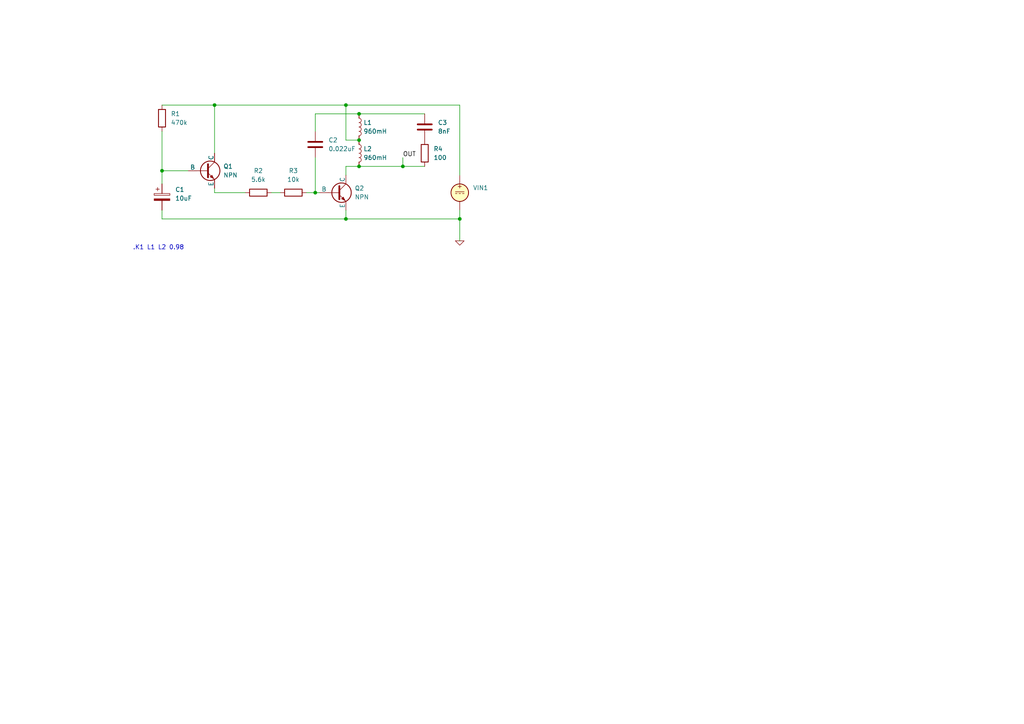
<source format=kicad_sch>
(kicad_sch (version 20250114) (generator "eeschema") (generator_version "9.0")
  (paper "A4")
  (lib_symbols
    (symbol "Device:C" (pin_numbers (hide yes)) (pin_names (offset 0.254))
      (property "Reference" "C" (at 0.635 2.54 0))
      (property "Value" "C" (at 0.635 -2.54 0))
      (symbol "C_0_1"
        (polyline (pts (xy -2.032 0.762) (xy 2.032 0.762)) (stroke (width 0.508)))
        (polyline (pts (xy -2.032 -0.762) (xy 2.032 -0.762)) (stroke (width 0.508)))
      )
      (symbol "C_1_1"
        (pin passive line (at 0 3.81 270) (length 2.794) (name "~") (number "1"))
        (pin passive line (at 0 -3.81 90) (length 2.794) (name "~") (number "2"))
      )
    )
    (symbol "Device:C_Polarized" (pin_numbers (hide yes)) (pin_names (offset 0.254))
      (property "Reference" "C" (at 0.635 2.54 0))
      (property "Value" "C_Polarized" (at 0.635 -2.54 0))
      (symbol "C_Polarized_0_1"
        (rectangle (start -2.286 0.508) (end 2.286 1.016))
        (polyline (pts (xy -1.778 2.286) (xy -0.762 2.286)))
        (polyline (pts (xy -1.27 2.794) (xy -1.27 1.778)))
        (rectangle (start 2.286 -0.508) (end -2.286 -1.016) (fill (type outline)))
      )
      (symbol "C_Polarized_1_1"
        (pin passive line (at 0 3.81 270) (length 2.794) (name "~") (number "1"))
        (pin passive line (at 0 -3.81 90) (length 2.794) (name "~") (number "2"))
      )
    )
    (symbol "Device:L" (pin_numbers (hide yes)) (pin_names (offset 1.016) (hide yes))
      (property "Reference" "L" (at -1.27 0 90))
      (property "Value" "L" (at 1.905 0 90))
      (symbol "L_0_1"
        (arc (start 0 2.54) (mid 0.6323 1.905) (end 0 1.27))
        (arc (start 0 1.27) (mid 0.6323 0.635) (end 0 0))
        (arc (start 0 0) (mid 0.6323 -0.635) (end 0 -1.27))
        (arc (start 0 -1.27) (mid 0.6323 -1.905) (end 0 -2.54))
      )
      (symbol "L_1_1"
        (pin passive line (at 0 3.81 270) (length 1.27) (name "1") (number "1"))
        (pin passive line (at 0 -3.81 90) (length 1.27) (name "2") (number "2"))
      )
    )
    (symbol "Device:R" (pin_numbers (hide yes)) (pin_names (offset 0))
      (property "Reference" "R" (at 2.032 0 90))
      (property "Value" "R" (at 0 0 90))
      (symbol "R_0_1"
        (rectangle (start -1.016 -2.54) (end 1.016 2.54) (stroke (width 0.254)))
      )
      (symbol "R_1_1"
        (pin passive line (at 0 3.81 270) (length 1.27) (name "~") (number "1"))
        (pin passive line (at 0 -3.81 90) (length 1.27) (name "~") (number "2"))
      )
    )
    (symbol "Simulation_SPICE:0" (power) (pin_numbers (hide yes)) (pin_names (offset 0) (hide yes))
      (property "Value" "0" (at 0 -2.54 0))
      (symbol "0_0_1"
        (polyline (pts (xy -1.27 0) (xy 0 -1.27) (xy 1.27 0) (xy -1.27 0)))
      )
      (symbol "0_1_1"
        (pin power_in line (at 0 0 0) (length 0) (name "~") (number "1"))
      )
    )
    (symbol "Simulation_SPICE:NPN" (pin_numbers (hide yes)) (pin_names (offset 0))
      (property "Reference" "Q" (at -2.54 7.62 0))
      (property "Value" "NPN" (at -2.54 5.08 0))
      (symbol "NPN_0_1"
        (polyline (pts (xy -2.54 0) (xy 0.635 0)) (stroke (width 0.1524)))
        (polyline (pts (xy 0.635 1.905) (xy 0.635 -1.905) (xy 0.635 -1.905)) (stroke (width 0.508)))
        (polyline (pts (xy 0.635 0.635) (xy 2.54 2.54)))
        (polyline (pts (xy 0.635 -0.635) (xy 2.54 -2.54) (xy 2.54 -2.54)))
        (circle (center 1.27 0) (radius 2.8194) (stroke (width 0.254)))
        (polyline (pts (xy 1.27 -1.778) (xy 1.778 -1.27) (xy 2.286 -2.286) (xy 1.27 -1.778) (xy 1.27 -1.778)) (fill (type outline)))
        (polyline (pts (xy 2.794 -1.27) (xy 2.794 -1.27)) (stroke (width 0.1524)))
        (polyline (pts (xy 2.794 -1.27) (xy 2.794 -1.27)) (stroke (width 0.1524)))
      )
      (symbol "NPN_1_1"
        (pin input line (at -5.08 0 0) (length 2.54) (name "B") (number "2"))
        (pin open_collector line (at 2.54 5.08 270) (length 2.54) (name "C") (number "1"))
        (pin open_emitter line (at 2.54 -5.08 90) (length 2.54) (name "E") (number "3"))
      )
    )
    (symbol "Simulation_SPICE:VDC" (pin_numbers (hide yes)) (pin_names (offset 0.0254))
      (property "Reference" "V" (at 2.54 2.54 0))
      (property "Value" "1" (at 2.54 0 0))
      (symbol "VDC_0_0"
        (polyline (pts (xy -1.27 0.254) (xy 1.27 0.254)))
        (polyline (pts (xy -0.762 -0.254) (xy -1.27 -0.254)))
        (polyline (pts (xy 0.254 -0.254) (xy -0.254 -0.254)))
        (polyline (pts (xy 1.27 -0.254) (xy 0.762 -0.254)))
        (text "+" (at 0 1.905 0) (effects (font (size 1.27 1.27))))
      )
      (symbol "VDC_0_1"
        (circle (center 0 0) (radius 2.54) (stroke (width 0.254)) (fill (type background)))
      )
      (symbol "VDC_1_1"
        (pin passive line (at 0 5.08 270) (length 2.54) (name "~") (number "1"))
        (pin passive line (at 0 -5.08 90) (length 2.54) (name "~") (number "2"))
      )
    )
  )
  (text ".K1 L1 L2 0.98" (at 45.974 71.882 0) (effects (font (size 1.27 1.27))))
  (junction (at 104.14 48.26))
  (junction (at 104.14 40.64))
  (junction (at 133.35 63.5))
  (junction (at 100.33 63.5))
  (junction (at 91.44 55.88))
  (junction (at 104.14 33.02))
  (junction (at 116.84 48.26))
  (junction (at 100.33 30.48))
  (junction (at 62.23 30.48))
  (junction (at 46.99 49.53))
  (wire (pts (xy 133.35 30.48) (xy 133.35 50.8)))
  (wire (pts (xy 100.33 30.48) (xy 133.35 30.48)))
  (wire (pts (xy 91.44 45.72) (xy 91.44 55.88)))
  (wire (pts (xy 91.44 38.1) (xy 91.44 33.02)))
  (wire (pts (xy 46.99 49.53) (xy 46.99 53.34)))
  (wire (pts (xy 46.99 49.53) (xy 54.61 49.53)))
  (wire (pts (xy 116.84 45.72) (xy 116.84 48.26)))
  (wire (pts (xy 71.12 55.88) (xy 62.23 55.88)))
  (wire (pts (xy 78.74 55.88) (xy 81.28 55.88)))
  (wire (pts (xy 62.23 30.48) (xy 62.23 44.45)))
  (wire (pts (xy 100.33 60.96) (xy 100.33 63.5)))
  (wire (pts (xy 104.14 33.02) (xy 123.19 33.02)))
  (wire (pts (xy 100.33 63.5) (xy 46.99 63.5)))
  (wire (pts (xy 133.35 63.5) (xy 133.35 69.85)))
  (wire (pts (xy 100.33 30.48) (xy 100.33 40.64)))
  (wire (pts (xy 91.44 55.88) (xy 92.71 55.88)))
  (wire (pts (xy 104.14 48.26) (xy 100.33 48.26)))
  (wire (pts (xy 88.9 55.88) (xy 91.44 55.88)))
  (wire (pts (xy 62.23 55.88) (xy 62.23 54.61)))
  (wire (pts (xy 62.23 30.48) (xy 100.33 30.48)))
  (wire (pts (xy 91.44 33.02) (xy 104.14 33.02)))
  (wire (pts (xy 104.14 48.26) (xy 116.84 48.26)))
  (wire (pts (xy 46.99 38.1) (xy 46.99 49.53)))
  (wire (pts (xy 133.35 63.5) (xy 100.33 63.5)))
  (wire (pts (xy 100.33 48.26) (xy 100.33 50.8)))
  (wire (pts (xy 116.84 48.26) (xy 123.19 48.26)))
  (wire (pts (xy 46.99 30.48) (xy 62.23 30.48)))
  (wire (pts (xy 133.35 60.96) (xy 133.35 63.5)))
  (wire (pts (xy 46.99 60.96) (xy 46.99 63.5)))
  (wire (pts (xy 104.14 40.64) (xy 100.33 40.64)))
  (label "OUT" (at 116.84 45.72 0))
  (symbol (lib_id "Device:C") (at 123.19 36.83 0) (unit 1)
    (property "Reference" "C3" (at 127 35.5599 0) (effects (justify left)))
    (property "Value" "8nF" (at 127 38.0999 0) (effects (justify left)))
    (property "Description" "Unpolarized capacitor" (effects (hide yes)))
  )
  (symbol (lib_id "Device:L") (at 104.14 44.45 0) (unit 1)
    (property "Reference" "L2" (at 105.41 43.1799 0) (effects (justify left)))
    (property "Value" "960mH" (at 105.41 45.7199 0) (effects (justify left)))
    (property "Description" "Inductor" (effects (hide yes)))
  )
  (symbol (lib_id "Device:R") (at 74.93 55.88 270) (unit 1)
    (property "Reference" "R2" (at 74.93 49.53 90))
    (property "Value" "5.6k" (at 74.93 52.07 90))
    (property "Description" "Resistor" (effects (hide yes)))
  )
  (symbol (lib_id "Device:C") (at 91.44 41.91 0) (unit 1)
    (property "Reference" "C2" (at 95.25 40.6399 0) (effects (justify left)))
    (property "Value" "0.022uF" (at 95.25 43.1799 0) (effects (justify left)))
    (property "Description" "Unpolarized capacitor" (effects (hide yes)))
  )
  (symbol (lib_id "Device:L") (at 104.14 36.83 0) (unit 1)
    (property "Reference" "L1" (at 105.41 35.5599 0) (effects (justify left)))
    (property "Value" "960mH" (at 105.41 38.0999 0) (effects (justify left)))
    (property "Description" "Inductor" (effects (hide yes)))
  )
  (symbol (lib_id "Device:R") (at 46.99 34.29 180) (unit 1)
    (property "Reference" "R1" (at 49.53 33.0199 0) (effects (justify right)))
    (property "Value" "470k" (at 49.53 35.5599 0) (effects (justify right)))
    (property "Description" "Resistor" (effects (hide yes)))
  )
  (symbol (lib_id "Device:C_Polarized") (at 46.99 57.15 0) (unit 1)
    (property "Reference" "C1" (at 50.8 54.9909 0) (effects (justify left)))
    (property "Value" "10uF" (at 50.8 57.5309 0) (effects (justify left)))
    (property "Description" "Polarized capacitor" (effects (hide yes)))
  )
  (symbol (lib_id "Simulation_SPICE:NPN") (at 59.69 49.53 0) (unit 1)
    (property "Reference" "Q1" (at 64.77 48.2599 0) (effects (justify left)))
    (property "Value" "NPN" (at 64.77 50.7999 0) (effects (justify left)))
    (property "Datasheet" "https://ngspice.sourceforge.io/docs/ngspice-html-manual/manual.xhtml#cha_BJTs" (effects (hide yes)))
    (property "Description" "Bipolar transistor symbol for simulation only, substrate tied to the emitter" (effects (hide yes)))
    (property "Sim.Device" "NPN" (effects (hide yes)))
    (property "Sim.Type" "GUMMELPOON" (effects (hide yes)))
    (property "Sim.Pins" "1=C 2=B 3=E" (effects (hide yes)))
  )
  (symbol (lib_id "Device:R") (at 123.19 44.45 0) (unit 1)
    (property "Reference" "R4" (at 125.73 43.1799 0) (effects (justify left)))
    (property "Value" "100" (at 125.73 45.7199 0) (effects (justify left)))
    (property "Description" "Resistor" (effects (hide yes)))
  )
  (symbol (lib_id "Simulation_SPICE:0") (at 133.35 69.85 0) (unit 1)
    (property "Reference" "#GND01" (effects (hide yes)))
    (property "Value" "0" (effects (hide yes)))
    (property "Datasheet" "https://ngspice.sourceforge.io/docs/ngspice-html-manual/manual.xhtml#subsec_Circuit_elements__device" (effects (hide yes)))
    (property "Description" "0V reference potential for simulation" (effects (hide yes)))
  )
  (symbol (lib_id "Device:R") (at 85.09 55.88 270) (unit 1)
    (property "Reference" "R3" (at 85.09 49.53 90))
    (property "Value" "10k" (at 85.09 52.07 90))
    (property "Description" "Resistor" (effects (hide yes)))
  )
  (symbol (lib_id "Simulation_SPICE:VDC") (at 133.35 55.88 0) (unit 1)
    (property "Reference" "VIN1" (at 137.16 54.4801 0) (effects (justify left)))
    (property "Value" "${SIM.PARAMS}" (effects (hide yes)))
    (property "Datasheet" "https://ngspice.sourceforge.io/docs/ngspice-html-manual/manual.xhtml#sec_Independent_Sources_for" (effects (hide yes)))
    (property "Description" "Voltage source, DC" (effects (hide yes)))
    (property "Sim.Pins" "1=+ 2=-" (effects (hide yes)))
    (property "Sim.Type" "PULSE" (effects (hide yes)))
    (property "Sim.Device" "V" (effects (hide yes)))
    (property "Sim.Params" "y1=0 y2=1.5 td=0 tr=1u tf=1u tw=0.5 per=1 np=5" (effects (hide yes)))
  )
  (symbol (lib_id "Simulation_SPICE:NPN") (at 97.79 55.88 0) (unit 1)
    (property "Reference" "Q2" (at 102.87 54.6099 0) (effects (justify left)))
    (property "Value" "NPN" (at 102.87 57.1499 0) (effects (justify left)))
    (property "Datasheet" "https://ngspice.sourceforge.io/docs/ngspice-html-manual/manual.xhtml#cha_BJTs" (effects (hide yes)))
    (property "Description" "Bipolar transistor symbol for simulation only, substrate tied to the emitter" (effects (hide yes)))
    (property "Sim.Device" "NPN" (effects (hide yes)))
    (property "Sim.Type" "GUMMELPOON" (effects (hide yes)))
    (property "Sim.Pins" "1=C 2=B 3=E" (effects (hide yes)))
  )
)
</source>
